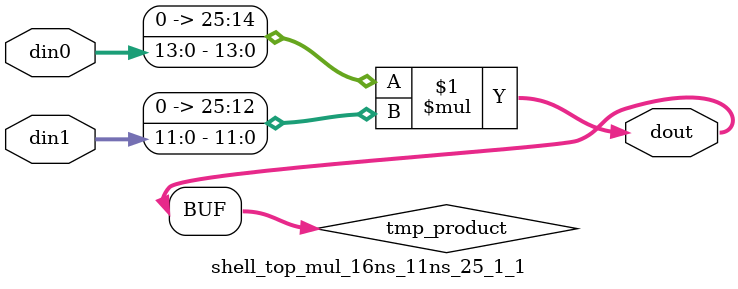
<source format=v>

`timescale 1 ns / 1 ps

  module shell_top_mul_16ns_11ns_25_1_1(din0, din1, dout);
parameter ID = 1;
parameter NUM_STAGE = 0;
parameter din0_WIDTH = 14;
parameter din1_WIDTH = 12;
parameter dout_WIDTH = 26;

input [din0_WIDTH - 1 : 0] din0; 
input [din1_WIDTH - 1 : 0] din1; 
output [dout_WIDTH - 1 : 0] dout;

wire signed [dout_WIDTH - 1 : 0] tmp_product;










assign tmp_product = $signed({1'b0, din0}) * $signed({1'b0, din1});











assign dout = tmp_product;







endmodule

</source>
